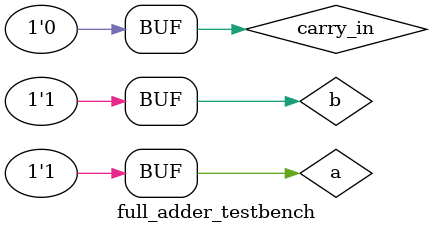
<source format=v>
module full_adder_testbench;

// input and output test signals
reg a, b, carry_in;

wire carry_out, sum;

// creating the instance of the module we want to test
ex2 fa(a, b, carry_in, sum, carry_out);

initial
begin
a = 1'b0;
b = 1'b1;
carry_in = 1'b0;
#5; // pause (5 units of delay )
carry_in = 1'b1;
#5;
a = 1'b1;
b = 1'b0;
#5;
carry_in = 1'b0;
#5
a = 1'b0;
b = 1'b0;
#5
carry_in = 1'b1;
#5
a = 1'b1;
b = 1'b1;
#5;
carry_in = 1'b0;
end

// print signal values on every change
initial
$monitor("a= %b b = %b carry_in = %b sum = %b carry_out = %b", a, b, carry_in, sum, carry_out);

initial
$dumpvars;

endmodule
</source>
